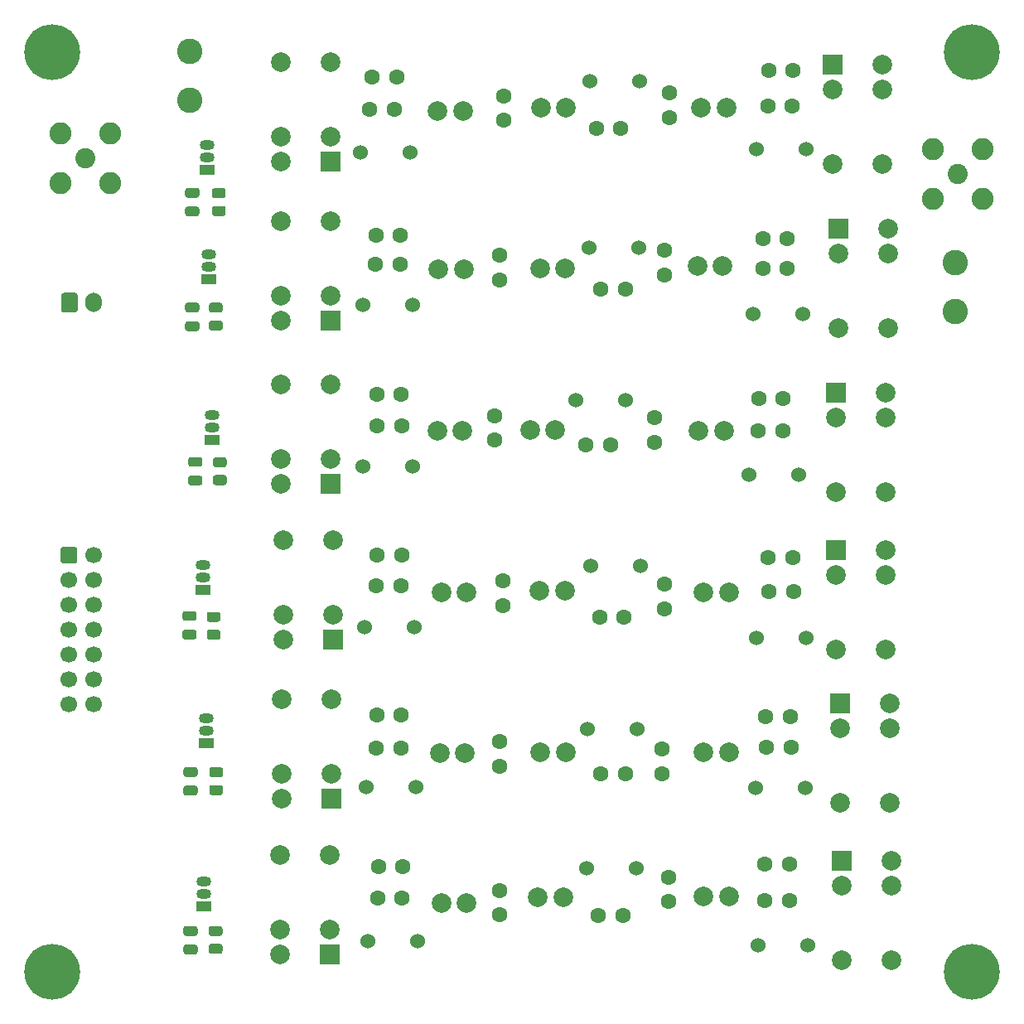
<source format=gts>
G04 #@! TF.GenerationSoftware,KiCad,Pcbnew,5.1.8-db9833491~87~ubuntu18.04.1*
G04 #@! TF.CreationDate,2021-01-26T21:00:54+01:00*
G04 #@! TF.ProjectId,BPF_6Band,4250465f-3642-4616-9e64-2e6b69636164,rev?*
G04 #@! TF.SameCoordinates,Original*
G04 #@! TF.FileFunction,Soldermask,Top*
G04 #@! TF.FilePolarity,Negative*
%FSLAX46Y46*%
G04 Gerber Fmt 4.6, Leading zero omitted, Abs format (unit mm)*
G04 Created by KiCad (PCBNEW 5.1.8-db9833491~87~ubuntu18.04.1) date 2021-01-26 21:00:54*
%MOMM*%
%LPD*%
G01*
G04 APERTURE LIST*
%ADD10C,2.600000*%
%ADD11C,5.700000*%
%ADD12O,1.700000X2.000000*%
%ADD13C,1.524000*%
%ADD14R,1.500000X1.050000*%
%ADD15O,1.500000X1.050000*%
%ADD16C,2.000000*%
%ADD17R,2.000000X2.000000*%
%ADD18C,1.600000*%
%ADD19C,2.250000*%
%ADD20C,2.050000*%
%ADD21C,1.700000*%
G04 APERTURE END LIST*
D10*
X170281600Y-59566800D03*
X170281600Y-64566800D03*
X92049600Y-37926000D03*
X92049600Y-42926000D03*
D11*
X172000000Y-132000000D03*
X78000000Y-132000000D03*
X172000000Y-38000000D03*
X78000000Y-38000000D03*
D12*
X82256000Y-63624200D03*
G36*
G01*
X78906000Y-64374200D02*
X78906000Y-62874200D01*
G75*
G02*
X79156000Y-62624200I250000J0D01*
G01*
X80356000Y-62624200D01*
G75*
G02*
X80606000Y-62874200I0J-250000D01*
G01*
X80606000Y-64374200D01*
G75*
G02*
X80356000Y-64624200I-250000J0D01*
G01*
X79156000Y-64624200D01*
G75*
G02*
X78906000Y-64374200I0J250000D01*
G01*
G37*
D13*
X155194000Y-129311400D03*
X150114000Y-129311400D03*
X154940000Y-113207800D03*
X149860000Y-113207800D03*
X155016200Y-97917000D03*
X149936200Y-97917000D03*
X154254200Y-81203800D03*
X149174200Y-81203800D03*
X154660600Y-64795400D03*
X149580600Y-64795400D03*
X155041600Y-47904400D03*
X149961600Y-47904400D03*
X132638800Y-121437400D03*
X137718800Y-121437400D03*
X132689600Y-107162600D03*
X137769600Y-107162600D03*
X133019800Y-90551000D03*
X138099800Y-90551000D03*
X131521200Y-73583800D03*
X136601200Y-73583800D03*
X132892800Y-57988200D03*
X137972800Y-57988200D03*
X132943600Y-40995600D03*
X138023600Y-40995600D03*
X115316000Y-128905000D03*
X110236000Y-128905000D03*
X115163600Y-113106200D03*
X110083600Y-113106200D03*
X114985800Y-96748600D03*
X109905800Y-96748600D03*
X114833400Y-80340200D03*
X109753400Y-80340200D03*
X114782600Y-63830200D03*
X109702600Y-63830200D03*
X114554000Y-48260000D03*
X109474000Y-48260000D03*
G36*
G01*
X94241198Y-129152600D02*
X95141202Y-129152600D01*
G75*
G02*
X95391200Y-129402598I0J-249998D01*
G01*
X95391200Y-129927602D01*
G75*
G02*
X95141202Y-130177600I-249998J0D01*
G01*
X94241198Y-130177600D01*
G75*
G02*
X93991200Y-129927602I0J249998D01*
G01*
X93991200Y-129402598D01*
G75*
G02*
X94241198Y-129152600I249998J0D01*
G01*
G37*
G36*
G01*
X94241198Y-127327600D02*
X95141202Y-127327600D01*
G75*
G02*
X95391200Y-127577598I0J-249998D01*
G01*
X95391200Y-128102602D01*
G75*
G02*
X95141202Y-128352600I-249998J0D01*
G01*
X94241198Y-128352600D01*
G75*
G02*
X93991200Y-128102602I0J249998D01*
G01*
X93991200Y-127577598D01*
G75*
G02*
X94241198Y-127327600I249998J0D01*
G01*
G37*
G36*
G01*
X94291998Y-112922000D02*
X95192002Y-112922000D01*
G75*
G02*
X95442000Y-113171998I0J-249998D01*
G01*
X95442000Y-113697002D01*
G75*
G02*
X95192002Y-113947000I-249998J0D01*
G01*
X94291998Y-113947000D01*
G75*
G02*
X94042000Y-113697002I0J249998D01*
G01*
X94042000Y-113171998D01*
G75*
G02*
X94291998Y-112922000I249998J0D01*
G01*
G37*
G36*
G01*
X94291998Y-111097000D02*
X95192002Y-111097000D01*
G75*
G02*
X95442000Y-111346998I0J-249998D01*
G01*
X95442000Y-111872002D01*
G75*
G02*
X95192002Y-112122000I-249998J0D01*
G01*
X94291998Y-112122000D01*
G75*
G02*
X94042000Y-111872002I0J249998D01*
G01*
X94042000Y-111346998D01*
G75*
G02*
X94291998Y-111097000I249998J0D01*
G01*
G37*
G36*
G01*
X94037998Y-97047000D02*
X94938002Y-97047000D01*
G75*
G02*
X95188000Y-97296998I0J-249998D01*
G01*
X95188000Y-97822002D01*
G75*
G02*
X94938002Y-98072000I-249998J0D01*
G01*
X94037998Y-98072000D01*
G75*
G02*
X93788000Y-97822002I0J249998D01*
G01*
X93788000Y-97296998D01*
G75*
G02*
X94037998Y-97047000I249998J0D01*
G01*
G37*
G36*
G01*
X94037998Y-95222000D02*
X94938002Y-95222000D01*
G75*
G02*
X95188000Y-95471998I0J-249998D01*
G01*
X95188000Y-95997002D01*
G75*
G02*
X94938002Y-96247000I-249998J0D01*
G01*
X94037998Y-96247000D01*
G75*
G02*
X93788000Y-95997002I0J249998D01*
G01*
X93788000Y-95471998D01*
G75*
G02*
X94037998Y-95222000I249998J0D01*
G01*
G37*
G36*
G01*
X94672998Y-81248200D02*
X95573002Y-81248200D01*
G75*
G02*
X95823000Y-81498198I0J-249998D01*
G01*
X95823000Y-82023202D01*
G75*
G02*
X95573002Y-82273200I-249998J0D01*
G01*
X94672998Y-82273200D01*
G75*
G02*
X94423000Y-82023202I0J249998D01*
G01*
X94423000Y-81498198D01*
G75*
G02*
X94672998Y-81248200I249998J0D01*
G01*
G37*
G36*
G01*
X94672998Y-79423200D02*
X95573002Y-79423200D01*
G75*
G02*
X95823000Y-79673198I0J-249998D01*
G01*
X95823000Y-80198202D01*
G75*
G02*
X95573002Y-80448200I-249998J0D01*
G01*
X94672998Y-80448200D01*
G75*
G02*
X94423000Y-80198202I0J249998D01*
G01*
X94423000Y-79673198D01*
G75*
G02*
X94672998Y-79423200I249998J0D01*
G01*
G37*
G36*
G01*
X94266598Y-65449400D02*
X95166602Y-65449400D01*
G75*
G02*
X95416600Y-65699398I0J-249998D01*
G01*
X95416600Y-66224402D01*
G75*
G02*
X95166602Y-66474400I-249998J0D01*
G01*
X94266598Y-66474400D01*
G75*
G02*
X94016600Y-66224402I0J249998D01*
G01*
X94016600Y-65699398D01*
G75*
G02*
X94266598Y-65449400I249998J0D01*
G01*
G37*
G36*
G01*
X94266598Y-63624400D02*
X95166602Y-63624400D01*
G75*
G02*
X95416600Y-63874398I0J-249998D01*
G01*
X95416600Y-64399402D01*
G75*
G02*
X95166602Y-64649400I-249998J0D01*
G01*
X94266598Y-64649400D01*
G75*
G02*
X94016600Y-64399402I0J249998D01*
G01*
X94016600Y-63874398D01*
G75*
G02*
X94266598Y-63624400I249998J0D01*
G01*
G37*
G36*
G01*
X94571398Y-53740000D02*
X95471402Y-53740000D01*
G75*
G02*
X95721400Y-53989998I0J-249998D01*
G01*
X95721400Y-54515002D01*
G75*
G02*
X95471402Y-54765000I-249998J0D01*
G01*
X94571398Y-54765000D01*
G75*
G02*
X94321400Y-54515002I0J249998D01*
G01*
X94321400Y-53989998D01*
G75*
G02*
X94571398Y-53740000I249998J0D01*
G01*
G37*
G36*
G01*
X94571398Y-51915000D02*
X95471402Y-51915000D01*
G75*
G02*
X95721400Y-52164998I0J-249998D01*
G01*
X95721400Y-52690002D01*
G75*
G02*
X95471402Y-52940000I-249998J0D01*
G01*
X94571398Y-52940000D01*
G75*
G02*
X94321400Y-52690002I0J249998D01*
G01*
X94321400Y-52164998D01*
G75*
G02*
X94571398Y-51915000I249998J0D01*
G01*
G37*
D14*
X93522800Y-125349000D03*
D15*
X93522800Y-122809000D03*
X93522800Y-124079000D03*
D14*
X93751400Y-108661200D03*
D15*
X93751400Y-106121200D03*
X93751400Y-107391200D03*
D14*
X93395800Y-92964000D03*
D15*
X93395800Y-90424000D03*
X93395800Y-91694000D03*
D14*
X94361000Y-77647800D03*
D15*
X94361000Y-75107800D03*
X94361000Y-76377800D03*
D14*
X93980000Y-61239400D03*
D15*
X93980000Y-58699400D03*
X93980000Y-59969400D03*
D14*
X93802200Y-50012600D03*
D15*
X93802200Y-47472600D03*
X93802200Y-48742600D03*
D16*
X147156800Y-124282200D03*
X144576800Y-124282200D03*
X147156800Y-109601000D03*
X144576800Y-109601000D03*
X147131400Y-93243400D03*
X144551400Y-93243400D03*
X146623400Y-76682600D03*
X144043400Y-76682600D03*
X146521800Y-59867800D03*
X143941800Y-59867800D03*
X146902800Y-43688000D03*
X144322800Y-43688000D03*
X130189600Y-124383800D03*
X127609600Y-124383800D03*
X130443600Y-109550200D03*
X127863600Y-109550200D03*
X130367400Y-93040200D03*
X127787400Y-93040200D03*
X129402200Y-76631800D03*
X126822200Y-76631800D03*
X130418200Y-60121800D03*
X127838200Y-60121800D03*
X130494400Y-43738800D03*
X127914400Y-43738800D03*
X120334400Y-124968000D03*
X117754400Y-124968000D03*
X120182000Y-109651800D03*
X117602000Y-109651800D03*
X120359800Y-93192600D03*
X117779800Y-93192600D03*
X119902600Y-76682600D03*
X117322600Y-76682600D03*
X120055000Y-60223400D03*
X117475000Y-60223400D03*
X119978800Y-44043600D03*
X117398800Y-44043600D03*
X158699200Y-130835400D03*
X163779200Y-130835400D03*
X158699200Y-123215400D03*
D17*
X158699200Y-120675400D03*
D16*
X163779200Y-123215400D03*
X163779200Y-120675400D03*
X158470600Y-114706400D03*
X163550600Y-114706400D03*
X158470600Y-107086400D03*
D17*
X158470600Y-104546400D03*
D16*
X163550600Y-107086400D03*
X163550600Y-104546400D03*
X158064200Y-99034600D03*
X163144200Y-99034600D03*
X158064200Y-91414600D03*
D17*
X158064200Y-88874600D03*
D16*
X163144200Y-91414600D03*
X163144200Y-88874600D03*
X158115000Y-82981800D03*
X163195000Y-82981800D03*
X158115000Y-75361800D03*
D17*
X158115000Y-72821800D03*
D16*
X163195000Y-75361800D03*
X163195000Y-72821800D03*
X158369000Y-66217800D03*
X163449000Y-66217800D03*
X158369000Y-58597800D03*
D17*
X158369000Y-56057800D03*
D16*
X163449000Y-58597800D03*
X163449000Y-56057800D03*
X157734000Y-49428400D03*
X162814000Y-49428400D03*
X157734000Y-41808400D03*
D17*
X157734000Y-39268400D03*
D16*
X162814000Y-41808400D03*
X162814000Y-39268400D03*
X106375200Y-120065800D03*
X101295200Y-120065800D03*
X106375200Y-127685800D03*
D17*
X106375200Y-130225800D03*
D16*
X101295200Y-127685800D03*
X101295200Y-130225800D03*
X106527600Y-104114600D03*
X101447600Y-104114600D03*
X106527600Y-111734600D03*
D17*
X106527600Y-114274600D03*
D16*
X101447600Y-111734600D03*
X101447600Y-114274600D03*
X106705400Y-87858600D03*
X101625400Y-87858600D03*
X106705400Y-95478600D03*
D17*
X106705400Y-98018600D03*
D16*
X101625400Y-95478600D03*
X101625400Y-98018600D03*
X106426000Y-71983600D03*
X101346000Y-71983600D03*
X106426000Y-79603600D03*
D17*
X106426000Y-82143600D03*
D16*
X101346000Y-79603600D03*
X101346000Y-82143600D03*
X106451400Y-55295800D03*
X101371400Y-55295800D03*
X106451400Y-62915800D03*
D17*
X106451400Y-65455800D03*
D16*
X101371400Y-62915800D03*
X101371400Y-65455800D03*
X106426000Y-39065200D03*
X101346000Y-39065200D03*
X106426000Y-46685200D03*
D17*
X106426000Y-49225200D03*
D16*
X101346000Y-46685200D03*
X101346000Y-49225200D03*
D18*
X150825200Y-120980200D03*
X153325200Y-120980200D03*
X153314400Y-124739400D03*
X150814400Y-124739400D03*
X150916000Y-105892600D03*
X153416000Y-105892600D03*
X153477600Y-109042200D03*
X150977600Y-109042200D03*
X151144600Y-89687400D03*
X153644600Y-89687400D03*
X153757000Y-93167200D03*
X151257000Y-93167200D03*
X150179400Y-73406000D03*
X152679400Y-73406000D03*
X152639400Y-76682600D03*
X150139400Y-76682600D03*
X150611200Y-57048400D03*
X153111200Y-57048400D03*
X153122000Y-60147200D03*
X150622000Y-60147200D03*
X151220800Y-39878000D03*
X153720800Y-39878000D03*
X153630000Y-43535600D03*
X151130000Y-43535600D03*
X140970000Y-124851800D03*
X140970000Y-122351800D03*
X140309600Y-109234600D03*
X140309600Y-111734600D03*
X140589000Y-92419800D03*
X140589000Y-94919800D03*
X139573000Y-75401800D03*
X139573000Y-77901800D03*
X140589000Y-58282200D03*
X140589000Y-60782200D03*
X141071600Y-42204000D03*
X141071600Y-44704000D03*
X133796400Y-126212600D03*
X136296400Y-126212600D03*
X134050400Y-111785400D03*
X136550400Y-111785400D03*
X133923400Y-95732600D03*
X136423400Y-95732600D03*
X132551800Y-78155800D03*
X135051800Y-78155800D03*
X134050400Y-62230000D03*
X136550400Y-62230000D03*
X133593200Y-45821600D03*
X136093200Y-45821600D03*
X123698000Y-126198000D03*
X123698000Y-123698000D03*
X123748800Y-108472600D03*
X123748800Y-110972600D03*
X124079000Y-92064200D03*
X124079000Y-94564200D03*
X123190000Y-77684000D03*
X123190000Y-75184000D03*
X123672600Y-61301000D03*
X123672600Y-58801000D03*
X124104400Y-42508800D03*
X124104400Y-45008800D03*
X111342800Y-121285000D03*
X113842800Y-121285000D03*
X113752000Y-124460000D03*
X111252000Y-124460000D03*
X111139600Y-105740200D03*
X113639600Y-105740200D03*
X113599600Y-109143800D03*
X111099600Y-109143800D03*
X111215800Y-89382600D03*
X113715800Y-89382600D03*
X113625000Y-92532200D03*
X111125000Y-92532200D03*
X111139600Y-73025000D03*
X113639600Y-73025000D03*
X113701200Y-76174600D03*
X111201200Y-76174600D03*
X111063400Y-56743600D03*
X113563400Y-56743600D03*
X113523400Y-59664600D03*
X111023400Y-59664600D03*
X110682400Y-40589200D03*
X113182400Y-40589200D03*
X112939200Y-43840400D03*
X110439200Y-43840400D03*
D19*
X167995600Y-53009800D03*
X167995600Y-47929800D03*
X173075600Y-47929800D03*
X173075600Y-53009800D03*
D20*
X170535600Y-50469800D03*
D19*
X78841600Y-46304200D03*
X83921600Y-46304200D03*
X83921600Y-51384200D03*
X78841600Y-51384200D03*
D20*
X81381600Y-48844200D03*
D21*
X82245200Y-104673400D03*
X82245200Y-102133400D03*
X82245200Y-99593400D03*
X82245200Y-97053400D03*
X82245200Y-94513400D03*
X82245200Y-91973400D03*
X82245200Y-89433400D03*
X79705200Y-104673400D03*
X79705200Y-102133400D03*
X79705200Y-99593400D03*
X79705200Y-97053400D03*
X79705200Y-94513400D03*
X79705200Y-91973400D03*
G36*
G01*
X78855200Y-90033400D02*
X78855200Y-88833400D01*
G75*
G02*
X79105200Y-88583400I250000J0D01*
G01*
X80305200Y-88583400D01*
G75*
G02*
X80555200Y-88833400I0J-250000D01*
G01*
X80555200Y-90033400D01*
G75*
G02*
X80305200Y-90283400I-250000J0D01*
G01*
X79105200Y-90283400D01*
G75*
G02*
X78855200Y-90033400I0J250000D01*
G01*
G37*
G36*
G01*
X93083400Y-80398200D02*
X92133400Y-80398200D01*
G75*
G02*
X91883400Y-80148200I0J250000D01*
G01*
X91883400Y-79648200D01*
G75*
G02*
X92133400Y-79398200I250000J0D01*
G01*
X93083400Y-79398200D01*
G75*
G02*
X93333400Y-79648200I0J-250000D01*
G01*
X93333400Y-80148200D01*
G75*
G02*
X93083400Y-80398200I-250000J0D01*
G01*
G37*
G36*
G01*
X93083400Y-82298200D02*
X92133400Y-82298200D01*
G75*
G02*
X91883400Y-82048200I0J250000D01*
G01*
X91883400Y-81548200D01*
G75*
G02*
X92133400Y-81298200I250000J0D01*
G01*
X93083400Y-81298200D01*
G75*
G02*
X93333400Y-81548200I0J-250000D01*
G01*
X93333400Y-82048200D01*
G75*
G02*
X93083400Y-82298200I-250000J0D01*
G01*
G37*
G36*
G01*
X92778600Y-64624800D02*
X91828600Y-64624800D01*
G75*
G02*
X91578600Y-64374800I0J250000D01*
G01*
X91578600Y-63874800D01*
G75*
G02*
X91828600Y-63624800I250000J0D01*
G01*
X92778600Y-63624800D01*
G75*
G02*
X93028600Y-63874800I0J-250000D01*
G01*
X93028600Y-64374800D01*
G75*
G02*
X92778600Y-64624800I-250000J0D01*
G01*
G37*
G36*
G01*
X92778600Y-66524800D02*
X91828600Y-66524800D01*
G75*
G02*
X91578600Y-66274800I0J250000D01*
G01*
X91578600Y-65774800D01*
G75*
G02*
X91828600Y-65524800I250000J0D01*
G01*
X92778600Y-65524800D01*
G75*
G02*
X93028600Y-65774800I0J-250000D01*
G01*
X93028600Y-66274800D01*
G75*
G02*
X92778600Y-66524800I-250000J0D01*
G01*
G37*
G36*
G01*
X92778600Y-52890000D02*
X91828600Y-52890000D01*
G75*
G02*
X91578600Y-52640000I0J250000D01*
G01*
X91578600Y-52140000D01*
G75*
G02*
X91828600Y-51890000I250000J0D01*
G01*
X92778600Y-51890000D01*
G75*
G02*
X93028600Y-52140000I0J-250000D01*
G01*
X93028600Y-52640000D01*
G75*
G02*
X92778600Y-52890000I-250000J0D01*
G01*
G37*
G36*
G01*
X92778600Y-54790000D02*
X91828600Y-54790000D01*
G75*
G02*
X91578600Y-54540000I0J250000D01*
G01*
X91578600Y-54040000D01*
G75*
G02*
X91828600Y-53790000I250000J0D01*
G01*
X92778600Y-53790000D01*
G75*
G02*
X93028600Y-54040000I0J-250000D01*
G01*
X93028600Y-54540000D01*
G75*
G02*
X92778600Y-54790000I-250000J0D01*
G01*
G37*
G36*
G01*
X92600800Y-128328000D02*
X91650800Y-128328000D01*
G75*
G02*
X91400800Y-128078000I0J250000D01*
G01*
X91400800Y-127578000D01*
G75*
G02*
X91650800Y-127328000I250000J0D01*
G01*
X92600800Y-127328000D01*
G75*
G02*
X92850800Y-127578000I0J-250000D01*
G01*
X92850800Y-128078000D01*
G75*
G02*
X92600800Y-128328000I-250000J0D01*
G01*
G37*
G36*
G01*
X92600800Y-130228000D02*
X91650800Y-130228000D01*
G75*
G02*
X91400800Y-129978000I0J250000D01*
G01*
X91400800Y-129478000D01*
G75*
G02*
X91650800Y-129228000I250000J0D01*
G01*
X92600800Y-129228000D01*
G75*
G02*
X92850800Y-129478000I0J-250000D01*
G01*
X92850800Y-129978000D01*
G75*
G02*
X92600800Y-130228000I-250000J0D01*
G01*
G37*
G36*
G01*
X92600800Y-112097400D02*
X91650800Y-112097400D01*
G75*
G02*
X91400800Y-111847400I0J250000D01*
G01*
X91400800Y-111347400D01*
G75*
G02*
X91650800Y-111097400I250000J0D01*
G01*
X92600800Y-111097400D01*
G75*
G02*
X92850800Y-111347400I0J-250000D01*
G01*
X92850800Y-111847400D01*
G75*
G02*
X92600800Y-112097400I-250000J0D01*
G01*
G37*
G36*
G01*
X92600800Y-113997400D02*
X91650800Y-113997400D01*
G75*
G02*
X91400800Y-113747400I0J250000D01*
G01*
X91400800Y-113247400D01*
G75*
G02*
X91650800Y-112997400I250000J0D01*
G01*
X92600800Y-112997400D01*
G75*
G02*
X92850800Y-113247400I0J-250000D01*
G01*
X92850800Y-113747400D01*
G75*
G02*
X92600800Y-113997400I-250000J0D01*
G01*
G37*
G36*
G01*
X92499200Y-96146200D02*
X91549200Y-96146200D01*
G75*
G02*
X91299200Y-95896200I0J250000D01*
G01*
X91299200Y-95396200D01*
G75*
G02*
X91549200Y-95146200I250000J0D01*
G01*
X92499200Y-95146200D01*
G75*
G02*
X92749200Y-95396200I0J-250000D01*
G01*
X92749200Y-95896200D01*
G75*
G02*
X92499200Y-96146200I-250000J0D01*
G01*
G37*
G36*
G01*
X92499200Y-98046200D02*
X91549200Y-98046200D01*
G75*
G02*
X91299200Y-97796200I0J250000D01*
G01*
X91299200Y-97296200D01*
G75*
G02*
X91549200Y-97046200I250000J0D01*
G01*
X92499200Y-97046200D01*
G75*
G02*
X92749200Y-97296200I0J-250000D01*
G01*
X92749200Y-97796200D01*
G75*
G02*
X92499200Y-98046200I-250000J0D01*
G01*
G37*
M02*

</source>
